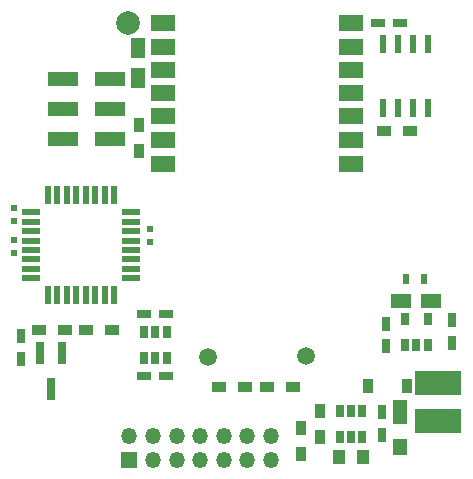
<source format=gts>
G04 #@! TF.GenerationSoftware,KiCad,Pcbnew,no-vcs-found-6cefb68~58~ubuntu16.04.1*
G04 #@! TF.CreationDate,2017-05-09T11:30:23+03:00*
G04 #@! TF.ProjectId,livolo_1_channel_1way_eu_switch,6C69766F6C6F5F315F6368616E6E656C,rev?*
G04 #@! TF.FileFunction,Soldermask,Top*
G04 #@! TF.FilePolarity,Negative*
%FSLAX46Y46*%
G04 Gerber Fmt 4.6, Leading zero omitted, Abs format (unit mm)*
G04 Created by KiCad (PCBNEW no-vcs-found-6cefb68~58~ubuntu16.04.1) date Tue May  9 11:30:23 2017*
%MOMM*%
%LPD*%
G01*
G04 APERTURE LIST*
%ADD10C,0.100000*%
%ADD11R,1.200000X0.900000*%
%ADD12R,1.000000X1.250000*%
%ADD13R,4.000000X2.000000*%
%ADD14R,1.200000X2.000000*%
%ADD15R,1.200000X1.400000*%
%ADD16R,0.900000X1.200000*%
%ADD17R,0.650000X1.060000*%
%ADD18R,2.500000X1.270000*%
%ADD19R,1.750000X1.260000*%
%ADD20R,1.200000X0.750000*%
%ADD21C,1.500000*%
%ADD22R,0.500000X0.600000*%
%ADD23R,0.750000X1.200000*%
%ADD24R,0.550000X1.600000*%
%ADD25R,1.600000X0.550000*%
%ADD26C,1.998980*%
%ADD27R,1.998980X1.399540*%
%ADD28R,0.600000X1.550000*%
%ADD29R,0.800000X1.900000*%
%ADD30R,0.500000X0.900000*%
%ADD31R,1.260000X1.750000*%
%ADD32O,1.350000X1.350000*%
%ADD33R,1.350000X1.350000*%
G04 APERTURE END LIST*
D10*
D11*
X130200000Y-98600000D03*
X128000000Y-98600000D03*
D12*
X149400000Y-109300000D03*
X151400000Y-109300000D03*
D13*
X157800000Y-103050000D03*
X157800000Y-106300000D03*
D14*
X154600000Y-105500000D03*
D15*
X154600000Y-108500000D03*
D16*
X146200000Y-109100000D03*
X146200000Y-106900000D03*
D17*
X150400000Y-107600000D03*
X151350000Y-107600000D03*
X149450000Y-107600000D03*
X149450000Y-105400000D03*
X150400000Y-105400000D03*
X151350000Y-105400000D03*
D18*
X126050000Y-82440000D03*
X126050000Y-79900000D03*
X126050000Y-77360000D03*
X130050000Y-77360000D03*
X130050000Y-79900000D03*
X130050000Y-82400000D03*
D19*
X154675000Y-96092000D03*
X157225000Y-96092000D03*
D11*
X124034000Y-98588000D03*
X126234000Y-98588000D03*
D20*
X152675000Y-72600000D03*
X154575000Y-72600000D03*
D21*
X138300000Y-100850000D03*
X146600000Y-100800000D03*
D22*
X121900000Y-92050000D03*
X121900000Y-90950000D03*
X121900000Y-88250000D03*
X121900000Y-89350000D03*
X133400000Y-90050000D03*
X133400000Y-91150000D03*
D23*
X153400000Y-99950000D03*
X153400000Y-98050000D03*
X159000000Y-99650000D03*
X159000000Y-97750000D03*
X153000000Y-107450000D03*
X153000000Y-105550000D03*
D20*
X134750000Y-102500000D03*
X132850000Y-102500000D03*
X132850000Y-97200000D03*
X134750000Y-97200000D03*
D16*
X155150000Y-103300000D03*
X151850000Y-103300000D03*
D24*
X130350000Y-95650000D03*
X129550000Y-95650000D03*
X128750000Y-95650000D03*
X127950000Y-95650000D03*
X127150000Y-95650000D03*
X126350000Y-95650000D03*
X125550000Y-95650000D03*
X124750000Y-95650000D03*
D25*
X123300000Y-94200000D03*
X123300000Y-93400000D03*
X123300000Y-92600000D03*
X123300000Y-91800000D03*
X123300000Y-91000000D03*
X123300000Y-90200000D03*
X123300000Y-89400000D03*
X123300000Y-88600000D03*
D24*
X124750000Y-87150000D03*
X125550000Y-87150000D03*
X126350000Y-87150000D03*
X127150000Y-87150000D03*
X127950000Y-87150000D03*
X128750000Y-87150000D03*
X129550000Y-87150000D03*
X130350000Y-87150000D03*
D25*
X131800000Y-88600000D03*
X131800000Y-89400000D03*
X131800000Y-90200000D03*
X131800000Y-91000000D03*
X131800000Y-91800000D03*
X131800000Y-92600000D03*
X131800000Y-93400000D03*
X131800000Y-94200000D03*
D26*
X131550000Y-72550000D03*
D16*
X147800000Y-107600000D03*
X147800000Y-105400000D03*
X132500000Y-81200000D03*
X132500000Y-83400000D03*
D11*
X141400000Y-103400000D03*
X139200000Y-103400000D03*
X143300000Y-103400000D03*
X145500000Y-103400000D03*
D17*
X155000000Y-97650000D03*
X156900000Y-97650000D03*
X156900000Y-99850000D03*
X155950000Y-99850000D03*
X155000000Y-99850000D03*
X133850000Y-98750000D03*
X132900000Y-98750000D03*
X134800000Y-98750000D03*
X134800000Y-100950000D03*
X133850000Y-100950000D03*
X132900000Y-100950000D03*
D27*
X134499800Y-72598780D03*
X134471860Y-74600300D03*
X134471860Y-76599280D03*
X134471860Y-78550000D03*
X134471860Y-80500720D03*
X134471860Y-82499700D03*
X134471860Y-84501220D03*
X150372260Y-84501220D03*
X150372260Y-82499700D03*
X150372260Y-80500720D03*
X150372260Y-78550000D03*
X150372260Y-76599280D03*
X150372260Y-74600300D03*
X150372260Y-72598780D03*
D23*
X122500000Y-99100000D03*
X122500000Y-101000000D03*
D11*
X153200000Y-81700000D03*
X155400000Y-81700000D03*
D28*
X153120000Y-74400000D03*
X154390000Y-74400000D03*
X155660000Y-74400000D03*
X156930000Y-74400000D03*
X156930000Y-79800000D03*
X155660000Y-79800000D03*
X154390000Y-79800000D03*
X153120000Y-79800000D03*
D29*
X125000000Y-103550000D03*
X124050000Y-100550000D03*
X125950000Y-100550000D03*
D30*
X156600000Y-94300000D03*
X155100000Y-94300000D03*
D31*
X132400000Y-77275000D03*
X132400000Y-74725000D03*
D32*
X143650000Y-107550000D03*
X143650000Y-109550000D03*
X141650000Y-107550000D03*
X141650000Y-109550000D03*
X139650000Y-107550000D03*
X139650000Y-109550000D03*
X137650000Y-107550000D03*
X137650000Y-109550000D03*
X135650000Y-107550000D03*
X135650000Y-109550000D03*
X133650000Y-107550000D03*
X133650000Y-109550000D03*
X131650000Y-107550000D03*
D33*
X131650000Y-109550000D03*
M02*

</source>
